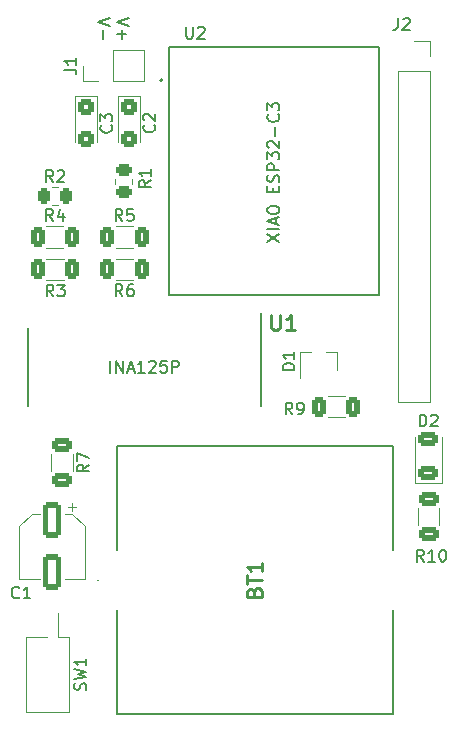
<source format=gto>
G04 #@! TF.GenerationSoftware,KiCad,Pcbnew,6.0.2+dfsg-1*
G04 #@! TF.CreationDate,2023-08-17T23:32:23+01:00*
G04 #@! TF.ProjectId,TriboeletricSampler,54726962-6f65-46c6-9574-72696353616d,rev?*
G04 #@! TF.SameCoordinates,Original*
G04 #@! TF.FileFunction,Legend,Top*
G04 #@! TF.FilePolarity,Positive*
%FSLAX46Y46*%
G04 Gerber Fmt 4.6, Leading zero omitted, Abs format (unit mm)*
G04 Created by KiCad (PCBNEW 6.0.2+dfsg-1) date 2023-08-17 23:32:23*
%MOMM*%
%LPD*%
G01*
G04 APERTURE LIST*
G04 Aperture macros list*
%AMRoundRect*
0 Rectangle with rounded corners*
0 $1 Rounding radius*
0 $2 $3 $4 $5 $6 $7 $8 $9 X,Y pos of 4 corners*
0 Add a 4 corners polygon primitive as box body*
4,1,4,$2,$3,$4,$5,$6,$7,$8,$9,$2,$3,0*
0 Add four circle primitives for the rounded corners*
1,1,$1+$1,$2,$3*
1,1,$1+$1,$4,$5*
1,1,$1+$1,$6,$7*
1,1,$1+$1,$8,$9*
0 Add four rect primitives between the rounded corners*
20,1,$1+$1,$2,$3,$4,$5,0*
20,1,$1+$1,$4,$5,$6,$7,0*
20,1,$1+$1,$6,$7,$8,$9,0*
20,1,$1+$1,$8,$9,$2,$3,0*%
G04 Aperture macros list end*
%ADD10C,0.150000*%
%ADD11C,0.254000*%
%ADD12C,0.120000*%
%ADD13C,0.200000*%
%ADD14C,0.127000*%
%ADD15C,0.100000*%
%ADD16RoundRect,0.250000X-0.425000X0.450000X-0.425000X-0.450000X0.425000X-0.450000X0.425000X0.450000X0*%
%ADD17RoundRect,0.250000X-0.550000X1.250000X-0.550000X-1.250000X0.550000X-1.250000X0.550000X1.250000X0*%
%ADD18RoundRect,0.250000X0.625000X-0.312500X0.625000X0.312500X-0.625000X0.312500X-0.625000X-0.312500X0*%
%ADD19RoundRect,0.250000X0.312500X0.625000X-0.312500X0.625000X-0.312500X-0.625000X0.312500X-0.625000X0*%
%ADD20RoundRect,0.250000X-0.625000X0.312500X-0.625000X-0.312500X0.625000X-0.312500X0.625000X0.312500X0*%
%ADD21RoundRect,0.250000X-0.312500X-0.625000X0.312500X-0.625000X0.312500X0.625000X-0.312500X0.625000X0*%
%ADD22RoundRect,0.250000X-0.450000X0.262500X-0.450000X-0.262500X0.450000X-0.262500X0.450000X0.262500X0*%
%ADD23RoundRect,0.250000X0.625000X-0.375000X0.625000X0.375000X-0.625000X0.375000X-0.625000X-0.375000X0*%
%ADD24R,1.130000X1.130000*%
%ADD25C,1.130000*%
%ADD26R,0.800000X0.900000*%
%ADD27RoundRect,0.250000X-0.262500X-0.450000X0.262500X-0.450000X0.262500X0.450000X-0.262500X0.450000X0*%
%ADD28R,1.700000X1.700000*%
%ADD29O,1.700000X1.700000*%
%ADD30R,1.358000X1.358000*%
%ADD31C,1.358000*%
%ADD32R,1.100000X1.500000*%
%ADD33R,3.960000X3.170000*%
G04 APERTURE END LIST*
D10*
X190167425Y-78388200D02*
X191167425Y-77721533D01*
X190167425Y-77721533D02*
X191167425Y-78388200D01*
X191167425Y-77340581D02*
X190167425Y-77340581D01*
X190881711Y-76912009D02*
X190881711Y-76435819D01*
X191167425Y-77007248D02*
X190167425Y-76673914D01*
X191167425Y-76340581D01*
X190167425Y-75816771D02*
X190167425Y-75626295D01*
X190215045Y-75531057D01*
X190310283Y-75435819D01*
X190500759Y-75388200D01*
X190834092Y-75388200D01*
X191024568Y-75435819D01*
X191119806Y-75531057D01*
X191167425Y-75626295D01*
X191167425Y-75816771D01*
X191119806Y-75912009D01*
X191024568Y-76007248D01*
X190834092Y-76054867D01*
X190500759Y-76054867D01*
X190310283Y-76007248D01*
X190215045Y-75912009D01*
X190167425Y-75816771D01*
X190643616Y-74197724D02*
X190643616Y-73864390D01*
X191167425Y-73721533D02*
X191167425Y-74197724D01*
X190167425Y-74197724D01*
X190167425Y-73721533D01*
X191119806Y-73340581D02*
X191167425Y-73197724D01*
X191167425Y-72959628D01*
X191119806Y-72864390D01*
X191072187Y-72816771D01*
X190976949Y-72769152D01*
X190881711Y-72769152D01*
X190786473Y-72816771D01*
X190738854Y-72864390D01*
X190691235Y-72959628D01*
X190643616Y-73150105D01*
X190595997Y-73245343D01*
X190548378Y-73292962D01*
X190453140Y-73340581D01*
X190357902Y-73340581D01*
X190262664Y-73292962D01*
X190215045Y-73245343D01*
X190167425Y-73150105D01*
X190167425Y-72912009D01*
X190215045Y-72769152D01*
X191167425Y-72340581D02*
X190167425Y-72340581D01*
X190167425Y-71959628D01*
X190215045Y-71864390D01*
X190262664Y-71816771D01*
X190357902Y-71769152D01*
X190500759Y-71769152D01*
X190595997Y-71816771D01*
X190643616Y-71864390D01*
X190691235Y-71959628D01*
X190691235Y-72340581D01*
X190167425Y-71435819D02*
X190167425Y-70816771D01*
X190548378Y-71150105D01*
X190548378Y-71007248D01*
X190595997Y-70912009D01*
X190643616Y-70864390D01*
X190738854Y-70816771D01*
X190976949Y-70816771D01*
X191072187Y-70864390D01*
X191119806Y-70912009D01*
X191167425Y-71007248D01*
X191167425Y-71292962D01*
X191119806Y-71388200D01*
X191072187Y-71435819D01*
X190262664Y-70435819D02*
X190215045Y-70388200D01*
X190167425Y-70292962D01*
X190167425Y-70054867D01*
X190215045Y-69959628D01*
X190262664Y-69912009D01*
X190357902Y-69864390D01*
X190453140Y-69864390D01*
X190595997Y-69912009D01*
X191167425Y-70483438D01*
X191167425Y-69864390D01*
X190786473Y-69435819D02*
X190786473Y-68673914D01*
X191072187Y-67626295D02*
X191119806Y-67673914D01*
X191167425Y-67816771D01*
X191167425Y-67912009D01*
X191119806Y-68054867D01*
X191024568Y-68150105D01*
X190929330Y-68197724D01*
X190738854Y-68245343D01*
X190595997Y-68245343D01*
X190405521Y-68197724D01*
X190310283Y-68150105D01*
X190215045Y-68054867D01*
X190167425Y-67912009D01*
X190167425Y-67816771D01*
X190215045Y-67673914D01*
X190262664Y-67626295D01*
X190167425Y-67292962D02*
X190167425Y-66673914D01*
X190548378Y-67007248D01*
X190548378Y-66864390D01*
X190595997Y-66769152D01*
X190643616Y-66721533D01*
X190738854Y-66673914D01*
X190976949Y-66673914D01*
X191072187Y-66721533D01*
X191119806Y-66769152D01*
X191167425Y-66864390D01*
X191167425Y-67150105D01*
X191119806Y-67245343D01*
X191072187Y-67292962D01*
X176870138Y-89487388D02*
X176870138Y-88487388D01*
X177346329Y-89487388D02*
X177346329Y-88487388D01*
X177917757Y-89487388D01*
X177917757Y-88487388D01*
X178346329Y-89201674D02*
X178822519Y-89201674D01*
X178251091Y-89487388D02*
X178584424Y-88487388D01*
X178917757Y-89487388D01*
X179774900Y-89487388D02*
X179203471Y-89487388D01*
X179489186Y-89487388D02*
X179489186Y-88487388D01*
X179393948Y-88630246D01*
X179298710Y-88725484D01*
X179203471Y-88773103D01*
X180155852Y-88582627D02*
X180203471Y-88535008D01*
X180298710Y-88487388D01*
X180536805Y-88487388D01*
X180632043Y-88535008D01*
X180679662Y-88582627D01*
X180727281Y-88677865D01*
X180727281Y-88773103D01*
X180679662Y-88915960D01*
X180108233Y-89487388D01*
X180727281Y-89487388D01*
X181632043Y-88487388D02*
X181155852Y-88487388D01*
X181108233Y-88963579D01*
X181155852Y-88915960D01*
X181251091Y-88868341D01*
X181489186Y-88868341D01*
X181584424Y-88915960D01*
X181632043Y-88963579D01*
X181679662Y-89058817D01*
X181679662Y-89296912D01*
X181632043Y-89392150D01*
X181584424Y-89439769D01*
X181489186Y-89487388D01*
X181251091Y-89487388D01*
X181155852Y-89439769D01*
X181108233Y-89392150D01*
X182108233Y-89487388D02*
X182108233Y-88487388D01*
X182489186Y-88487388D01*
X182584424Y-88535008D01*
X182632043Y-88582627D01*
X182679662Y-88677865D01*
X182679662Y-88820722D01*
X182632043Y-88915960D01*
X182584424Y-88963579D01*
X182489186Y-89011198D01*
X182108233Y-89011198D01*
X178442832Y-59464390D02*
X177442832Y-59797723D01*
X178442832Y-60131056D01*
X177823784Y-60464390D02*
X177823784Y-61226294D01*
X177442832Y-60845342D02*
X178204736Y-60845342D01*
X176832832Y-59464390D02*
X175832832Y-59797723D01*
X176832832Y-60131056D01*
X176213784Y-60464390D02*
X176213784Y-61226294D01*
X176937967Y-68547711D02*
X176985586Y-68595330D01*
X177033205Y-68738187D01*
X177033205Y-68833425D01*
X176985586Y-68976283D01*
X176890348Y-69071521D01*
X176795110Y-69119140D01*
X176604634Y-69166759D01*
X176461777Y-69166759D01*
X176271301Y-69119140D01*
X176176063Y-69071521D01*
X176080825Y-68976283D01*
X176033205Y-68833425D01*
X176033205Y-68738187D01*
X176080825Y-68595330D01*
X176128444Y-68547711D01*
X176033205Y-68214378D02*
X176033205Y-67595330D01*
X176414158Y-67928664D01*
X176414158Y-67785806D01*
X176461777Y-67690568D01*
X176509396Y-67642949D01*
X176604634Y-67595330D01*
X176842729Y-67595330D01*
X176937967Y-67642949D01*
X176985586Y-67690568D01*
X177033205Y-67785806D01*
X177033205Y-68071521D01*
X176985586Y-68166759D01*
X176937967Y-68214378D01*
X180565116Y-68522502D02*
X180612735Y-68570121D01*
X180660354Y-68712978D01*
X180660354Y-68808216D01*
X180612735Y-68951074D01*
X180517497Y-69046312D01*
X180422259Y-69093931D01*
X180231783Y-69141550D01*
X180088926Y-69141550D01*
X179898450Y-69093931D01*
X179803212Y-69046312D01*
X179707974Y-68951074D01*
X179660354Y-68808216D01*
X179660354Y-68712978D01*
X179707974Y-68570121D01*
X179755593Y-68522502D01*
X179755593Y-68141550D02*
X179707974Y-68093931D01*
X179660354Y-67998693D01*
X179660354Y-67760597D01*
X179707974Y-67665359D01*
X179755593Y-67617740D01*
X179850831Y-67570121D01*
X179946069Y-67570121D01*
X180088926Y-67617740D01*
X180660354Y-68189169D01*
X180660354Y-67570121D01*
X169142817Y-108515863D02*
X169095198Y-108563482D01*
X168952341Y-108611101D01*
X168857103Y-108611101D01*
X168714245Y-108563482D01*
X168619007Y-108468244D01*
X168571388Y-108373006D01*
X168523769Y-108182530D01*
X168523769Y-108039673D01*
X168571388Y-107849197D01*
X168619007Y-107753959D01*
X168714245Y-107658721D01*
X168857103Y-107611101D01*
X168952341Y-107611101D01*
X169095198Y-107658721D01*
X169142817Y-107706340D01*
X170095198Y-108611101D02*
X169523769Y-108611101D01*
X169809484Y-108611101D02*
X169809484Y-107611101D01*
X169714245Y-107753959D01*
X169619007Y-107849197D01*
X169523769Y-107896816D01*
X203393654Y-105488895D02*
X203060321Y-105012705D01*
X202822226Y-105488895D02*
X202822226Y-104488895D01*
X203203178Y-104488895D01*
X203298416Y-104536515D01*
X203346035Y-104584134D01*
X203393654Y-104679372D01*
X203393654Y-104822229D01*
X203346035Y-104917467D01*
X203298416Y-104965086D01*
X203203178Y-105012705D01*
X202822226Y-105012705D01*
X204346035Y-105488895D02*
X203774607Y-105488895D01*
X204060321Y-105488895D02*
X204060321Y-104488895D01*
X203965083Y-104631753D01*
X203869845Y-104726991D01*
X203774607Y-104774610D01*
X204965083Y-104488895D02*
X205060321Y-104488895D01*
X205155559Y-104536515D01*
X205203178Y-104584134D01*
X205250797Y-104679372D01*
X205298416Y-104869848D01*
X205298416Y-105107943D01*
X205250797Y-105298419D01*
X205203178Y-105393657D01*
X205155559Y-105441276D01*
X205060321Y-105488895D01*
X204965083Y-105488895D01*
X204869845Y-105441276D01*
X204822226Y-105393657D01*
X204774607Y-105298419D01*
X204726988Y-105107943D01*
X204726988Y-104869848D01*
X204774607Y-104679372D01*
X204822226Y-104584134D01*
X204869845Y-104536515D01*
X204965083Y-104488895D01*
X172045677Y-83037529D02*
X171712344Y-82561339D01*
X171474248Y-83037529D02*
X171474248Y-82037529D01*
X171855201Y-82037529D01*
X171950439Y-82085149D01*
X171998058Y-82132768D01*
X172045677Y-82228006D01*
X172045677Y-82370863D01*
X171998058Y-82466101D01*
X171950439Y-82513720D01*
X171855201Y-82561339D01*
X171474248Y-82561339D01*
X172379010Y-82037529D02*
X172998058Y-82037529D01*
X172664724Y-82418482D01*
X172807582Y-82418482D01*
X172902820Y-82466101D01*
X172950439Y-82513720D01*
X172998058Y-82608958D01*
X172998058Y-82847053D01*
X172950439Y-82942291D01*
X172902820Y-82989910D01*
X172807582Y-83037529D01*
X172521867Y-83037529D01*
X172426629Y-82989910D01*
X172379010Y-82942291D01*
X175044075Y-97284790D02*
X174567885Y-97618124D01*
X175044075Y-97856219D02*
X174044075Y-97856219D01*
X174044075Y-97475266D01*
X174091695Y-97380028D01*
X174139314Y-97332409D01*
X174234552Y-97284790D01*
X174377409Y-97284790D01*
X174472647Y-97332409D01*
X174520266Y-97380028D01*
X174567885Y-97475266D01*
X174567885Y-97856219D01*
X174044075Y-96951457D02*
X174044075Y-96284790D01*
X175044075Y-96713362D01*
X177881318Y-76654399D02*
X177547985Y-76178209D01*
X177309889Y-76654399D02*
X177309889Y-75654399D01*
X177690842Y-75654399D01*
X177786080Y-75702019D01*
X177833699Y-75749638D01*
X177881318Y-75844876D01*
X177881318Y-75987733D01*
X177833699Y-76082971D01*
X177786080Y-76130590D01*
X177690842Y-76178209D01*
X177309889Y-76178209D01*
X178786080Y-75654399D02*
X178309889Y-75654399D01*
X178262270Y-76130590D01*
X178309889Y-76082971D01*
X178405127Y-76035352D01*
X178643223Y-76035352D01*
X178738461Y-76082971D01*
X178786080Y-76130590D01*
X178833699Y-76225828D01*
X178833699Y-76463923D01*
X178786080Y-76559161D01*
X178738461Y-76606780D01*
X178643223Y-76654399D01*
X178405127Y-76654399D01*
X178309889Y-76606780D01*
X178262270Y-76559161D01*
X180272968Y-73216274D02*
X179796778Y-73549608D01*
X180272968Y-73787703D02*
X179272968Y-73787703D01*
X179272968Y-73406750D01*
X179320588Y-73311512D01*
X179368207Y-73263893D01*
X179463445Y-73216274D01*
X179606302Y-73216274D01*
X179701540Y-73263893D01*
X179749159Y-73311512D01*
X179796778Y-73406750D01*
X179796778Y-73787703D01*
X180272968Y-72263893D02*
X180272968Y-72835322D01*
X180272968Y-72549608D02*
X179272968Y-72549608D01*
X179415826Y-72644846D01*
X179511064Y-72740084D01*
X179558683Y-72835322D01*
X203047644Y-94037165D02*
X203047644Y-93037165D01*
X203285740Y-93037165D01*
X203428597Y-93084785D01*
X203523835Y-93180023D01*
X203571454Y-93275261D01*
X203619073Y-93465737D01*
X203619073Y-93608594D01*
X203571454Y-93799070D01*
X203523835Y-93894308D01*
X203428597Y-93989546D01*
X203285740Y-94037165D01*
X203047644Y-94037165D01*
X204000025Y-93132404D02*
X204047644Y-93084785D01*
X204142882Y-93037165D01*
X204380978Y-93037165D01*
X204476216Y-93084785D01*
X204523835Y-93132404D01*
X204571454Y-93227642D01*
X204571454Y-93322880D01*
X204523835Y-93465737D01*
X203952406Y-94037165D01*
X204571454Y-94037165D01*
X192271882Y-93020232D02*
X191938549Y-92544042D01*
X191700453Y-93020232D02*
X191700453Y-92020232D01*
X192081406Y-92020232D01*
X192176644Y-92067852D01*
X192224263Y-92115471D01*
X192271882Y-92210709D01*
X192271882Y-92353566D01*
X192224263Y-92448804D01*
X192176644Y-92496423D01*
X192081406Y-92544042D01*
X191700453Y-92544042D01*
X192748072Y-93020232D02*
X192938549Y-93020232D01*
X193033787Y-92972613D01*
X193081406Y-92924994D01*
X193176644Y-92782137D01*
X193224263Y-92591661D01*
X193224263Y-92210709D01*
X193176644Y-92115471D01*
X193129025Y-92067852D01*
X193033787Y-92020232D01*
X192843310Y-92020232D01*
X192748072Y-92067852D01*
X192700453Y-92115471D01*
X192652834Y-92210709D01*
X192652834Y-92448804D01*
X192700453Y-92544042D01*
X192748072Y-92591661D01*
X192843310Y-92639280D01*
X193033787Y-92639280D01*
X193129025Y-92591661D01*
X193176644Y-92544042D01*
X193224263Y-92448804D01*
D11*
X190499098Y-84623591D02*
X190499098Y-85651687D01*
X190559575Y-85772639D01*
X190620051Y-85833115D01*
X190741003Y-85893591D01*
X190982908Y-85893591D01*
X191103860Y-85833115D01*
X191164337Y-85772639D01*
X191224813Y-85651687D01*
X191224813Y-84623591D01*
X192494813Y-85893591D02*
X191769098Y-85893591D01*
X192131956Y-85893591D02*
X192131956Y-84623591D01*
X192011003Y-84805020D01*
X191890051Y-84925972D01*
X191769098Y-84986448D01*
D10*
X192458098Y-89273054D02*
X191458098Y-89273054D01*
X191458098Y-89034959D01*
X191505718Y-88892101D01*
X191600956Y-88796863D01*
X191696194Y-88749244D01*
X191886670Y-88701625D01*
X192029527Y-88701625D01*
X192220003Y-88749244D01*
X192315241Y-88796863D01*
X192410479Y-88892101D01*
X192458098Y-89034959D01*
X192458098Y-89273054D01*
X192458098Y-87749244D02*
X192458098Y-88320673D01*
X192458098Y-88034959D02*
X191458098Y-88034959D01*
X191600956Y-88130197D01*
X191696194Y-88225435D01*
X191743813Y-88320673D01*
X172023234Y-73343934D02*
X171689901Y-72867744D01*
X171451805Y-73343934D02*
X171451805Y-72343934D01*
X171832758Y-72343934D01*
X171927996Y-72391554D01*
X171975615Y-72439173D01*
X172023234Y-72534411D01*
X172023234Y-72677268D01*
X171975615Y-72772506D01*
X171927996Y-72820125D01*
X171832758Y-72867744D01*
X171451805Y-72867744D01*
X172404186Y-72439173D02*
X172451805Y-72391554D01*
X172547043Y-72343934D01*
X172785139Y-72343934D01*
X172880377Y-72391554D01*
X172927996Y-72439173D01*
X172975615Y-72534411D01*
X172975615Y-72629649D01*
X172927996Y-72772506D01*
X172356567Y-73343934D01*
X172975615Y-73343934D01*
X201219981Y-59481071D02*
X201219981Y-60195357D01*
X201172362Y-60338214D01*
X201077124Y-60433452D01*
X200934267Y-60481071D01*
X200839029Y-60481071D01*
X201648553Y-59576310D02*
X201696172Y-59528691D01*
X201791410Y-59481071D01*
X202029505Y-59481071D01*
X202124743Y-59528691D01*
X202172362Y-59576310D01*
X202219981Y-59671548D01*
X202219981Y-59766786D01*
X202172362Y-59909643D01*
X201600934Y-60481071D01*
X202219981Y-60481071D01*
X172012562Y-76646351D02*
X171679229Y-76170161D01*
X171441133Y-76646351D02*
X171441133Y-75646351D01*
X171822086Y-75646351D01*
X171917324Y-75693971D01*
X171964943Y-75741590D01*
X172012562Y-75836828D01*
X172012562Y-75979685D01*
X171964943Y-76074923D01*
X171917324Y-76122542D01*
X171822086Y-76170161D01*
X171441133Y-76170161D01*
X172869705Y-75979685D02*
X172869705Y-76646351D01*
X172631609Y-75598732D02*
X172393514Y-76313018D01*
X173012562Y-76313018D01*
X177895125Y-83014791D02*
X177561792Y-82538601D01*
X177323696Y-83014791D02*
X177323696Y-82014791D01*
X177704649Y-82014791D01*
X177799887Y-82062411D01*
X177847506Y-82110030D01*
X177895125Y-82205268D01*
X177895125Y-82348125D01*
X177847506Y-82443363D01*
X177799887Y-82490982D01*
X177704649Y-82538601D01*
X177323696Y-82538601D01*
X178752268Y-82014791D02*
X178561792Y-82014791D01*
X178466553Y-82062411D01*
X178418934Y-82110030D01*
X178323696Y-82252887D01*
X178276077Y-82443363D01*
X178276077Y-82824315D01*
X178323696Y-82919553D01*
X178371315Y-82967172D01*
X178466553Y-83014791D01*
X178657030Y-83014791D01*
X178752268Y-82967172D01*
X178799887Y-82919553D01*
X178847506Y-82824315D01*
X178847506Y-82586220D01*
X178799887Y-82490982D01*
X178752268Y-82443363D01*
X178657030Y-82395744D01*
X178466553Y-82395744D01*
X178371315Y-82443363D01*
X178323696Y-82490982D01*
X178276077Y-82586220D01*
X172983135Y-63833333D02*
X173697421Y-63833333D01*
X173840278Y-63880952D01*
X173935516Y-63976190D01*
X173983135Y-64119047D01*
X173983135Y-64214285D01*
X173983135Y-62833333D02*
X173983135Y-63404761D01*
X173983135Y-63119047D02*
X172983135Y-63119047D01*
X173125993Y-63214285D01*
X173221231Y-63309523D01*
X173268850Y-63404761D01*
X183276401Y-60202549D02*
X183276401Y-61012073D01*
X183324020Y-61107311D01*
X183371639Y-61154930D01*
X183466877Y-61202549D01*
X183657353Y-61202549D01*
X183752591Y-61154930D01*
X183800210Y-61107311D01*
X183847829Y-61012073D01*
X183847829Y-60202549D01*
X184276401Y-60297788D02*
X184324020Y-60250169D01*
X184419258Y-60202549D01*
X184657353Y-60202549D01*
X184752591Y-60250169D01*
X184800210Y-60297788D01*
X184847829Y-60393026D01*
X184847829Y-60488264D01*
X184800210Y-60631121D01*
X184228782Y-61202549D01*
X184847829Y-61202549D01*
X174766092Y-116364844D02*
X174813711Y-116221987D01*
X174813711Y-115983891D01*
X174766092Y-115888653D01*
X174718473Y-115841034D01*
X174623235Y-115793415D01*
X174527997Y-115793415D01*
X174432759Y-115841034D01*
X174385140Y-115888653D01*
X174337521Y-115983891D01*
X174289902Y-116174368D01*
X174242283Y-116269606D01*
X174194664Y-116317225D01*
X174099426Y-116364844D01*
X174004188Y-116364844D01*
X173908950Y-116317225D01*
X173861331Y-116269606D01*
X173813711Y-116174368D01*
X173813711Y-115936272D01*
X173861331Y-115793415D01*
X173813711Y-115460082D02*
X174813711Y-115221987D01*
X174099426Y-115031511D01*
X174813711Y-114841034D01*
X173813711Y-114602939D01*
X174813711Y-113698177D02*
X174813711Y-114269606D01*
X174813711Y-113983891D02*
X173813711Y-113983891D01*
X173956569Y-114079130D01*
X174051807Y-114174368D01*
X174099426Y-114269606D01*
D11*
X189027705Y-108049788D02*
X189088181Y-107868359D01*
X189148658Y-107807883D01*
X189269610Y-107747407D01*
X189451039Y-107747407D01*
X189571991Y-107807883D01*
X189632467Y-107868359D01*
X189692943Y-107989311D01*
X189692943Y-108473121D01*
X188422943Y-108473121D01*
X188422943Y-108049788D01*
X188483420Y-107928835D01*
X188543896Y-107868359D01*
X188664848Y-107807883D01*
X188785800Y-107807883D01*
X188906753Y-107868359D01*
X188967229Y-107928835D01*
X189027705Y-108049788D01*
X189027705Y-108473121D01*
X188422943Y-107384550D02*
X188422943Y-106658835D01*
X189692943Y-107021692D02*
X188422943Y-107021692D01*
X189692943Y-105570264D02*
X189692943Y-106295978D01*
X189692943Y-105933121D02*
X188422943Y-105933121D01*
X188604372Y-106054073D01*
X188725324Y-106175026D01*
X188785800Y-106295978D01*
D12*
X175765825Y-66071045D02*
X173895825Y-66071045D01*
X173895825Y-66071045D02*
X173895825Y-69981045D01*
X175765825Y-69981045D02*
X175765825Y-66071045D01*
X179392974Y-66045836D02*
X177522974Y-66045836D01*
X177522974Y-66045836D02*
X177522974Y-69955836D01*
X179392974Y-69955836D02*
X179392974Y-66045836D01*
X174691105Y-102497867D02*
X174691105Y-106953430D01*
X173616105Y-100568430D02*
X173616105Y-101193430D01*
X173928605Y-100880930D02*
X173303605Y-100880930D01*
X169171105Y-106953430D02*
X170871105Y-106953430D01*
X169171105Y-102497867D02*
X169171105Y-106953430D01*
X174691105Y-106953430D02*
X172991105Y-106953430D01*
X173626668Y-101433430D02*
X172991105Y-101433430D01*
X173626668Y-101433430D02*
X174691105Y-102497867D01*
X170235542Y-101433430D02*
X169171105Y-102497867D01*
X170235542Y-101433430D02*
X170871105Y-101433430D01*
X204719778Y-102387759D02*
X204719778Y-100933631D01*
X202899778Y-102387759D02*
X202899778Y-100933631D01*
X172915900Y-79839561D02*
X171461772Y-79839561D01*
X172915900Y-81659561D02*
X171461772Y-81659561D01*
X171861695Y-96391060D02*
X171861695Y-97845188D01*
X173681695Y-96391060D02*
X173681695Y-97845188D01*
X177320921Y-77112019D02*
X178775049Y-77112019D01*
X177320921Y-78932019D02*
X178775049Y-78932019D01*
X178722233Y-73058047D02*
X178722233Y-73512175D01*
X177252233Y-73058047D02*
X177252233Y-73512175D01*
X202649586Y-98831580D02*
X204919586Y-98831580D01*
X204919586Y-98831580D02*
X204919586Y-94946580D01*
X202649586Y-94946580D02*
X202649586Y-98831580D01*
X196718900Y-93274583D02*
X195264772Y-93274583D01*
X196718900Y-91454583D02*
X195264772Y-91454583D01*
D13*
X169903522Y-85709609D02*
X169903522Y-92309609D01*
X189593522Y-84474609D02*
X189593522Y-92309609D01*
D12*
X192925718Y-87774959D02*
X192925718Y-89934959D01*
X196085718Y-87774959D02*
X196085718Y-89234959D01*
X196085718Y-87774959D02*
X195155718Y-87774959D01*
X192925718Y-87774959D02*
X193855718Y-87774959D01*
X171962837Y-75276554D02*
X172416965Y-75276554D01*
X171962837Y-73806554D02*
X172416965Y-73806554D01*
X202560755Y-61393445D02*
X203890755Y-61393445D01*
X203890755Y-63993445D02*
X203890755Y-91993445D01*
X201230755Y-63993445D02*
X201230755Y-91993445D01*
X201230755Y-91993445D02*
X203890755Y-91993445D01*
X201230755Y-63993445D02*
X203890755Y-63993445D01*
X203890755Y-61393445D02*
X203890755Y-62723445D01*
X172897801Y-77100188D02*
X171443673Y-77100188D01*
X172897801Y-78920188D02*
X171443673Y-78920188D01*
X177334728Y-81652060D02*
X178788856Y-81652060D01*
X177334728Y-79832060D02*
X178788856Y-79832060D01*
X179730755Y-64830000D02*
X179730755Y-62170000D01*
X177130755Y-64830000D02*
X177130755Y-62170000D01*
X177130755Y-64830000D02*
X179730755Y-64830000D01*
X174530755Y-64830000D02*
X174530755Y-63500000D01*
X177130755Y-62170000D02*
X179730755Y-62170000D01*
X175860755Y-64830000D02*
X174530755Y-64830000D01*
D14*
X199581062Y-82900330D02*
X181801062Y-82900330D01*
X181801062Y-61945330D02*
X199581062Y-61945330D01*
X199581062Y-61945330D02*
X199581062Y-82900330D01*
X181801062Y-82900330D02*
X181801062Y-61945330D01*
D13*
X181291062Y-64739330D02*
G75*
G03*
X181291062Y-64739330I-100000J0D01*
G01*
D12*
X173361331Y-111871511D02*
X172412331Y-111871511D01*
X173361331Y-118191511D02*
X171622331Y-118191511D01*
X173361331Y-111871511D02*
X173361331Y-118191511D01*
X169761331Y-111871511D02*
X169761331Y-118191511D01*
X171500331Y-111871511D02*
X169761331Y-111871511D01*
X172412331Y-109831511D02*
X172412331Y-111871511D01*
X171500331Y-118191511D02*
X169761331Y-118191511D01*
D13*
X200803420Y-118421931D02*
X200803420Y-109591931D01*
X177433420Y-118421931D02*
X200803420Y-118421931D01*
X200803420Y-95681931D02*
X177433420Y-95681931D01*
D15*
X175818420Y-107051931D02*
X175818420Y-107051931D01*
D13*
X177433420Y-109591931D02*
X177433420Y-118421931D01*
D15*
X175718420Y-107051931D02*
X175718420Y-107051931D01*
D13*
X200803420Y-104511931D02*
X200803420Y-95681931D01*
X177433420Y-95681931D02*
X177433420Y-104511931D01*
D15*
X175718420Y-107051931D02*
G75*
G03*
X175818420Y-107051931I50000J0D01*
G01*
X175818420Y-107051931D02*
G75*
G03*
X175718420Y-107051931I-50000J0D01*
G01*
%LPC*%
D16*
X174830825Y-67031045D03*
X174830825Y-69731045D03*
X178457974Y-67005836D03*
X178457974Y-69705836D03*
D17*
X171931105Y-101993430D03*
X171931105Y-106393430D03*
D18*
X203809778Y-103123195D03*
X203809778Y-100198195D03*
D19*
X173651336Y-80749561D03*
X170726336Y-80749561D03*
D20*
X172771695Y-95655624D03*
X172771695Y-98580624D03*
D21*
X176585485Y-78022019D03*
X179510485Y-78022019D03*
D22*
X177987233Y-72372611D03*
X177987233Y-74197611D03*
D23*
X203784586Y-97946580D03*
X203784586Y-95146580D03*
D19*
X197454336Y-92364583D03*
X194529336Y-92364583D03*
D24*
X188638522Y-85039609D03*
D25*
X186098522Y-85039609D03*
X183558522Y-85039609D03*
X181018522Y-85039609D03*
X178478522Y-85039609D03*
X175938522Y-85039609D03*
X173398522Y-85039609D03*
X170858522Y-85039609D03*
X170858522Y-92979609D03*
X173398522Y-92979609D03*
X175938522Y-92979609D03*
X178478522Y-92979609D03*
X181018522Y-92979609D03*
X183558522Y-92979609D03*
X186098522Y-92979609D03*
X188638522Y-92979609D03*
D26*
X195455718Y-89534959D03*
X194505718Y-87534959D03*
X193555718Y-89534959D03*
D27*
X171277401Y-74541554D03*
X173102401Y-74541554D03*
D28*
X202560755Y-62723445D03*
D29*
X202560755Y-65263445D03*
X202560755Y-67803445D03*
X202560755Y-70343445D03*
X202560755Y-72883445D03*
X202560755Y-75423445D03*
X202560755Y-77963445D03*
X202560755Y-80503445D03*
X202560755Y-83043445D03*
X202560755Y-85583445D03*
X202560755Y-88123445D03*
X202560755Y-90663445D03*
D19*
X173633237Y-78010188D03*
X170708237Y-78010188D03*
D21*
X176599292Y-80742060D03*
X179524292Y-80742060D03*
D28*
X175860755Y-63500000D03*
D29*
X178400755Y-63500000D03*
D30*
X183071062Y-64866330D03*
D31*
X183071062Y-67406330D03*
X183071062Y-69946330D03*
X183071062Y-72486330D03*
X183071062Y-75026330D03*
X183071062Y-77566330D03*
X183071062Y-80106330D03*
X198311062Y-80106330D03*
X198311062Y-77566330D03*
X198311062Y-75026330D03*
X198311062Y-72486330D03*
X198311062Y-69946330D03*
X198311062Y-67406330D03*
X198311062Y-64866330D03*
D32*
X171561331Y-110581511D03*
X171561331Y-119481511D03*
D33*
X178238420Y-107051931D03*
X199998420Y-107051931D03*
M02*

</source>
